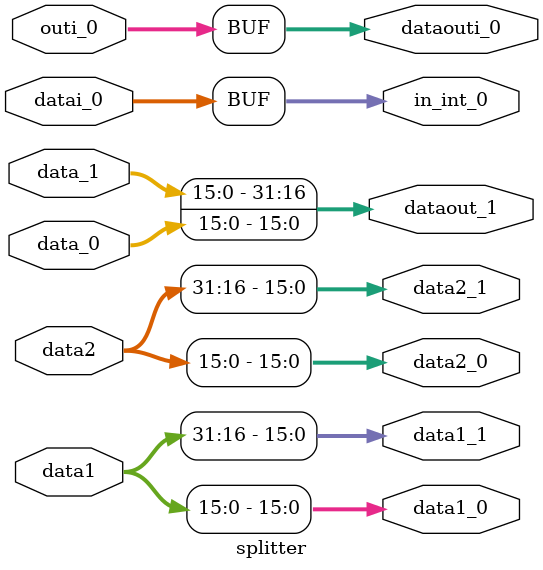
<source format=sv>
module Cfu (
  input               cmd_valid,
  output              cmd_ready,
  input      [9:0]    cmd_payload_function_id,
  input      [31:0]   cmd_payload_inputs_0,
  input      [31:0]   cmd_payload_inputs_1,
  output reg          rsp_valid,
  input               rsp_ready,
  output reg [31:0]   rsp_payload_outputs_0,
  input               reset,
  input               clk
);

    reg [2:0] rm;
    reg [3:0] ena;
    reg [4:0] funct5;
    reg [1:0] funct2;
    reg [2:0] sel2;
    reg [1:0] sel1;
    reg op,sp;
    wire [31:0] result;
    wire [31:0] rs1,rs2;
    wire [1:0] invalid,inexact,overflow,underflow,div_by_zero;
   
    assign cmd_ready = ~rsp_valid;
    assign rs1 = cmd_payload_inputs_0;
    assign rs2 = cmd_payload_inputs_1;

    always@(*) begin
        rm = cmd_payload_function_id[2:0];
        funct2 = cmd_payload_function_id[4:3];
        funct5 = cmd_payload_function_id[9:5];
        ena = 4'b0000;
        op = 1'b0;
        sel1 = 2'b00;
        sel2 = 3'b000;
        if (funct2 == 2'b00) begin
          case(funct5)
            5'b00000: begin op = 1'b0; //add
              ena = 4'b0001; end
            5'b00001:begin op = 1'b1; //sub
              ena = 4'b0001; end
            5'b00010:begin ena = 4'b0010; //mul
            end
            5'b00011:begin ena = 4'b0011; //div
            end
//            5'b01011:begin ena = 4'b0100; //sqrt
//            end
            5'b00100:begin
                if (rm == 3'b000 ) begin
                    ena = 4'b0101; //sign inject
                    sel1 = 2'b01;
                end
                else if (rm == 3'b001 )begin
                    ena = 4'b0101; // sign inject neg
                    sel1 = 2'b10;
                end
                else if (rm == 3'b010) begin
                    ena = 4'b0101; //sign inject xor
                    sel1 = 2'b11;
                end
              end
            5'b00101: begin
                if(rm == 3'b000) begin
                    ena = 4'b0110;
                    sel2 = 3'b001;//min
                end
                else if(rm == 3'b001) begin
                    ena = 4'b0110;
                    sel2 = 3'b010;//max
                end
            end
            5'b01001:begin ena = 4'b0111; //int to float
            end
            5'b01000:begin
                ena = 4'b1000;  // float to int
            end
            5'b10100: begin
                if(rm == 3'b010) begin
                    ena = 4'b0110;//eq
                    sel2 = 3'b011;
                end
                else if(rm == 3'b001)begin
                    ena = 4'b0110;// less than
                    sel2 = 3'b100;
                end
                else if(rm == 3'b000 ) begin
                    ena = 4'b0110;//less than eq
                    sel2 = 3'b101;
                end
            end
           
            default : begin ena = 4'b0000;
                sel2 = 3'b000;
                sel1 = 2'b00;
            end
          endcase
        end else if (funct2 == 2'b01)begin
                ena = 4'b1001;
                op = 1'b0;
        end else if (funct2 == 2'b10) begin
                ena = 4'b1001;
                op = 1'b1;
        end
       
        if(funct5 == 5'b01000) begin
            sp = 1'b1;
        end else begin
            sp = 1'b0;
        end    
    end        
       
    always @(posedge clk) begin
        if (reset) begin
            rsp_payload_outputs_0 <= 32'b0;
            rsp_valid <= 1'b0;
        end else if (rsp_valid) begin
            // Waiting to hand off response to CPU.
            rsp_valid <= ~rsp_ready;
        end else if (cmd_valid) begin
            rsp_valid <= 1'b1;
            // Accumulate step:
            rsp_payload_outputs_0 <= result;
        end
    end
               
   
   
    Execution_unit ex_unit(
    .ena(ena),
    .rm(rm),
    .sel2(sel2),
    .op(op),
    .sp(sp),
    .sel1(sel1),
    .data1(rs1),
    .data2(rs2),
    .datai_0(rs1),
    .dataout(result)
    );
   
endmodule


module Execution_unit #(
    parameter REG_WIDTH = 32)(
     input wire [3:0] ena,
     input wire [2:0] rm,
     input wire [2:0] sel2,// for cmpr
     input wire op,sp,
     input wire [1:0] sel1,
     input wire [REG_WIDTH-1:0] data1,
     input wire [REG_WIDTH-1:0] data2,
     input wire [REG_WIDTH-1:0] datai_0,
     output reg [REG_WIDTH-1:0] dataout
    );
   
    wire [15:0] data_0, data_1;
    wire [15:0] data1_0, data1_1;
    wire [15:0] data2_0, data2_1;
    wire [31:0] in_int_0,outi_0,outi_1;
    wire [31:0] data_out_1,data_in_1;
   
    wire [31:0] dataout_1,dataouti_0,dataout_wire;
    reg [31:0] out_1_wire;
   
   
    always@(*) begin
        dataout = dataout_wire;
        out_1_wire = outi_0 & outi_1;
    end
   
    dl_floats_execution_unit E0 (
    .ena(ena),
    .rm(rm),
    .sel2(sel2),
    .op(op),
    .sel1(sel1),
    .op1(data1_0),
    .op2(data2_0),
    .op3(data2_0),
    .in_int(in_int_0),
    .result(data_0),
    .out_1(outi_0)
    );
   
    dl_floats_execution_unit E1 (
    .ena(ena),
    .rm(rm),
    .sel2(sel2),
    .op(op),
    .sel1(sel1),
    .op1(data1_1),
    .op2(data2_1),
    .op3(data2_1),
    .in_int(in_int_0),
    .result(data_1),
    .out_1(outi_1)
    );

   
     splitter s1 (
    .data1(data1),
    .data2(data2),
    .datai_0(datai_0),
    .data_0(data_0),
    .data_1(data_1),
    .outi_0(out_1_wire),
    .dataout_1(dataout_1),
    .dataouti_0(dataouti_0),
    .data1_0(data1_0),
    .data1_1(data1_1),
    .data2_0(data2_0),
    .data2_1(data2_1),
    .in_int_0(in_int_0)
    );
   
   
    mux mux (
    .a(dataout_1),
    .b(dataouti_0),
    .s(sp),
    .c(dataout_wire)
    );
   
endmodule



module mux #(
    parameter REG_WIDTH = 32)(
    input wire [REG_WIDTH-1:0] a,
    input wire [REG_WIDTH-1:0] b,
    input wire s,
    output reg [REG_WIDTH-1:0] c
    );
     
    always@(*) begin
        if(s)
            c = b;
        else
            c = a;
    end
endmodule


module dl_floats_execution_unit(
   input wire [3:0] ena,
   input wire [2:0] rm,
   input wire [2:0] sel2, // for cmpr
   input wire op,
   input wire [1:0] sel1,
   input wire [15:0] op1, op2, op3,
   input wire [31:0] in_int,
   output reg [15:0] result,
   output reg [31:0] out_1
);

   wire [15:0] src1, src2, src3;
   assign src1 = op1;
   assign src2 = op2;
   assign src3 = op3;

   wire [19:0] out_add_sub, out_mul, out_div, out_mac, out_sqrt, out_sign, out_i2f, out_comp;
   wire [31:0] out_f2i;
   wire [19:0] out_muxed_wire;
   wire [31:0] out_1_wire;
   wire [15:0] result_wire;

   dlfloat16_add_sub add_sub(
   .a(src1),
   .b(src2),
   .ena(ena),
   .op(op),
   .c_add_1(out_add_sub)
   );
   
   dlfloat16_mul mul(
   .a(src1),
   .b(src2),
   .ena(ena),
   .c_mul_1(out_mul)
   );
   
   dlfloat16_div div(
   .a(src1),
   .b(src2),
   .ena(ena),
   .c_div_1(out_div)
   );
   
//   dlfloat16_sqrt sqrt(
//   .dl_in(src1),
//   .ena(ena),
//   .dl_out_fin_1(out_sqrt)
//   );
   
   dlfloat16_mac mac(
   .a(src1),
   .b(src2),
   .d(src3),
   .c_add(out_mac),
   .ena(ena),
   .op(op)
   );
   
   dlfloat16_sign_inv sign_inv(
   .in1(src1),
   .in2(src2),
   .ena(ena),
   .sel(sel1),
   .out_1(out_sign)
   );
   
   int32_to_dlfloat16 i2f(
   .in_int(in_int),
   .ena(ena),
   .float_out_1(out_i2f)
   );
   
   dlfloat16_to_int32 f2i(
   .float_in(src1),
   .ena(ena),
   .int_out_fin_1(out_f2i)
   );
   
   dlfloat16_comp comp(
   .a1(src1),
   .b1(src2),
   .ena(ena),
   .sel(sel2),
   .c_out_1(out_comp)
   );


   out_mux outmux(
      .ena(ena),
      .out_add_sub(out_add_sub),
      .out_mul(out_mul),
      .out_div(out_div),
      .out_mac(out_mac),      
      //.out_sqrt(out_sqrt),
      .out_sign(out_sign),
      .out_i2f(out_i2f),
      .out_comp(out_comp),
      .out_f2i(out_f2i),
      .out_muxed(out_muxed_wire),
      .out_1(out_1_wire)
   );



   dlfloat16_round round(
      .rm(rm),
      .ena(ena),
      .in(out_muxed_wire),
      .out_1(result_wire)
   );

   always @(*) begin
      result = result_wire;
      out_1 = out_1_wire;
   end

endmodule



module out_mux(
     input wire [3:0] ena,
     input wire [19:0] out_add_sub, out_mul, out_div, out_sign, out_i2f, out_comp,
     input wire [19:0] out_mac,
     input wire [31:0] out_f2i,
     output reg [19:0] out_muxed,
     output reg [31:0] out_1);

   
  always @(*)
    begin
        out_1 = 32'b0;
        out_muxed = 20'b0;
      if(ena == 4'b1000)
        out_1 = out_f2i;
      else begin
      case(ena)
        4'b0001: out_muxed = out_add_sub;
        4'b0010: out_muxed = out_mul;
        4'b0011: out_muxed = out_div;
//        4'b0100: out_muxed = out_sqrt;
        4'b0101: out_muxed = out_sign;
        4'b0110: out_muxed = out_comp;
        4'b1001: out_muxed = out_mac;
        4'b0111: out_muxed = out_i2f;
        default: out_muxed = 20'b0;
      endcase
      end
    end
endmodule




module int32_to_dlfloat16(
   input wire signed [31:0] in_int,
   input wire[3:0] ena,
   output reg [19:0] float_out_1  
);
    reg [5:0] exponent;  
    reg [8:0] mantissa;    
    reg sign;            
    reg [31:0] abs_input;
    reg [15:0] float_out;
    integer i;

         

       
    always @(*) begin
        float_out_1 = 20'b0;
      if(ena != 4'b0111)
        float_out = 16'b0;
      else begin
      if (in_int == 32'b0) begin
        float_out = 16'b0;
      end
     
      sign = (in_int < 0) ? 1 : 0;
       
      //determine absolute value
      abs_input = (in_int < 0) ? -in_int : in_int;
       
        // Normalize the number
        exponent = 0;
        mantissa = 0;
        //NOTE: might get synth warnings for else block path but when i tried to add else block to exit from the loop threw synth errros
      // Find the exponent (shift the number to be in the form 1.xxxx)
       for (i = 0; i < 32 ; i = i + 1) begin
        if (abs_input >= (1 << (exponent + 1))) begin
            exponent = exponent + 1;
        end
       end        
        // Shift the number to form the normalized mantissa
        if ( exponent <= 9) begin
          mantissa = abs_input << (9 - exponent);  // Left shift for +ve exp
           end else begin
             mantissa = abs_input >> (exponent - 9);// Right shift for -ve exp
           end

       
        //Bias the exponent
        exponent = exponent + 31;
     
      float_out = {sign,exponent,mantissa};
      end
      float_out_1 = {float_out,4'b0000};
    end
   
endmodule

module dlfloat16_to_int32(
   input wire [3:0] ena,
   input wire[15:0] float_in,
   output reg signed [31:0] int_out_fin_1
);
  reg sign;
  reg [5:0] exponent;
  reg [9:0] mantissa;
  reg signed [5:0] actual_exponent;
  reg signed [31:0] result;
  reg signed [31:0] int_out_fin;

  always @(*) begin
    int_out_fin_1 = 32'b0;
 if(ena != 4'b1000)
 int_out_fin = 32'b0;
 else begin
    // Extract fields
    sign = float_in[15];
    exponent = float_in[14:9];
    mantissa = {1'b1, float_in[8:0]};
   
    // Handle special cases
    if (exponent == 6'b000000) begin
      int_out_fin = 0;
    end  
    else if (exponent == 6'b111111) begin
      // Infinity or NaN: saturate to max 32-bit signed integer
      int_out_fin = sign ? -32'h80000000 : 32'h7FFFFFFF;
    end else begin
 
      actual_exponent = exponent - 31; // Unbias the exponent
     
      if (actual_exponent <= 9) begin
        result = {23'b0, mantissa >> ( 9 - actual_exponent)};
        end else begin
        result = mantissa << (actual_exponent - 9);
      end
      int_out_fin = sign ? -result : result;
      // Clamp to 32-bit signed range
      if (int_out_fin > 32'h7FFFFFFF)begin
        int_out_fin = 32'h7FFFFFFF;
      end
      if (int_out_fin > 32'h80000000)begin
         int_out_fin = 32'h80000000;
      end
    end
  end
  int_out_fin_1 = int_out_fin;
  end
endmodule

module dlfloat16_sqrt (
input wire [3:0] ena,
   input  wire [15:0] dl_in,              
output reg [19:0] dl_out_fin_1
);
   reg sign;
   reg [5:0] exp_in;
   reg [8:0] mant_in;
   reg done;
   // Internal variables
   reg [12:0] x, x_next;
   reg [12:0] diff, mant_sqrt, remainder;
   reg [9:0] mant_norm;
   reg [5:0] exp_out, ier;

   // Output and exception flags
   reg [19:0] dl_out;

   // Control
   integer i;


   always@(*)  begin
       // Decode input
       sign = dl_in[15];
       exp_in = dl_in[14:9];
       mant_in = dl_in[8:0];
       mant_norm = 10'b0;
       dl_out_fin_1 = 20'b0;
       // Reset outputs
       x = 13'b0;
       x_next = 13'b0;
       diff = 13'b0;
       remainder = 13'b0;
       mant_sqrt = 13'b0;
       exp_out = 6'b0;
       ier = 6'b0;
       done = 1'b0;

       dl_out = 20'b0;

       if (ena != 4'b0100) begin
           dl_out = 20'b0;
       end else begin
           // Special cases
           if (dl_in == 16'h0000) begin
               dl_out = 20'h00000;  // Zero
           end else if (sign == 1'b1) begin
               dl_out = 20'hFFFFF;  // NaN for negative input;
           end else begin
               mant_norm = (exp_in == 0) ? {1'b0, mant_in} : {1'b1, mant_in};

               if (exp_in == 6'b0) begin
                   exp_out = 6'b0;
               end else begin
                   if (exp_in[0]) begin
                       ier = exp_in + 1;
                       mant_norm = mant_norm >> 1;
                   end else begin
                       ier = exp_in;
                   end
                   exp_out = (ier + 6'd31) >> 1; // Apply bias
               end

               // Newton-Raphson iteration (8 cycles max)
               x = mant_norm;
               for (i = 0; i < 8 && !done; i = i + 1) begin
                   if (x == 0) begin
                       x_next = 0;
                   end else begin
                       x_next = (x + (mant_norm / x)) >> 1;
                   end
                   diff = (x > x_next) ? (x - x_next) : (x_next - x);
                   x = x_next;
                   if (diff <= 1) begin
                       done = 1;
                   end
               end

               mant_sqrt = x << 9;
               remainder = mant_norm - (x * x);

               if (remainder >= (2 * x)) begin
                   mant_sqrt = mant_sqrt + 1;
               end

               

               if (exp_out > 6'b111110) begin
                   dl_out = 20'h7DFE0;
               end else if (exp_out == 6'b0 && mant_sqrt == 13'b0) begin
                   dl_out = 20'h00000;
               end else begin
                   dl_out = {1'b0, exp_out, mant_sqrt[12:4]}; // Use top 9 bits
               end
           end
       end
       dl_out_fin_1 = dl_out;
   end
endmodule


module dlfloat16_sign_inv (
   input wire [15:0] in1,
   input wire [15:0] in2,  
   input wire[1:0] sel,
   output reg [19:0] out_1,
   input wire [3:0] ena
);
 reg [19:0] out_comb;
 wire [14:0] not_used;
 reg [19:0] out;
 
 
  assign not_used = in1[14:0];
   (* keep = "true" *) wire dummy_use = ^not_used;

  always @(*) begin
    out_1 = 20'b0;
 if(ena !=4'b0101)
 out_comb = 16'b0;
 else begin
    case (sel)
      2'b00: out_comb = {~in1[15], in2[14:0]}; // invert
      2'b01: out_comb = {in1[15], in2[14:0]};  // sign injection normalized
      2'b10: out_comb = {~in1[15], in2[14:0]}; // sign injection inverse
      2'b11: out_comb = {in1[15] ^ in2[15], in2[14:0]}; // sign injection xor
      default: out_comb = 16'h0000;
    endcase
  end
  out = {out_comb,4'b0000};
  out_1 = out;
  end


endmodule


module dlfloat16_round (
      input [19:0] in,
      input [3:0] ena,
      input [2:0] rm,
      output reg [15:0] out_1);
 
  reg G_bit,R_bit, S1_bit , S2_bit, S_bit;
  reg sign;
  reg [5:0] exp,exp_tmp;
  reg [9:0] mant1, mant1_tmp;
  reg [8:0] mant;
  reg [15:0] rounded_val;
  reg [15:0] out;

always @(*) begin
        // Extract and decode input fields
        sign   = in[19];
        exp    = in[18:13];
        mant1  = {1'b0, in[12:4]}; // 10 bits with leading 0
        G_bit  = in[3];
        R_bit  = in[2];
        S1_bit = in[1];
        S2_bit = in[0];
        S_bit  = S1_bit | S2_bit;

        // Initialize to avoid latches
        mant1_tmp    = mant1;
        exp_tmp      = exp;
        mant         = mant1[8:0];
        rounded_val  = {sign, exp_tmp, mant};
        out_1 = 16'b0;

        // Rounding modes
        case (rm)
            // Round to nearest, ties to even
            3'b000: begin
                if (!G_bit) begin
                    mant = mant1[8:0];
                end else if (R_bit | S_bit) begin
                    if (in[4]) begin // tie: LSB = 1
                        mant1_tmp = mant1 + 1;
                        mant = mant1_tmp[8:0];
                        if (mant1_tmp[9])
                            exp_tmp = exp + 1;
                    end else begin
                        mant = mant1[8:0]; // tie: LSB = 0
                    end
                end else begin
                    // G=1, R=0, S=0 → midpoint → round up
                    mant1_tmp = mant1 + 1;
                    mant = mant1_tmp[8:0];
                    if (mant1_tmp[9])
                        exp_tmp = exp + 1;
                end
            end

            // Round toward zero
            3'b001: begin
                mant = mant1[8:0];
            end

            // Round up (toward +∞)
            3'b010: begin
                if ((G_bit | R_bit | S_bit) && !sign) begin
                    mant1_tmp = mant1 + 1;
                    mant = mant1_tmp[8:0];
                    if (mant1_tmp[9])
                        exp_tmp = exp + 1;
                end else begin
                    mant = mant1[8:0];
                end
            end

            // Round down (toward -∞)
            3'b011: begin
                if ((G_bit | R_bit | S_bit) && sign) begin
                    mant1_tmp = mant1 + 1;
                    mant = mant1_tmp[8:0];
                    if (mant1_tmp[9])
                        exp_tmp = exp + 1;
                end else begin
                    mant = mant1[8:0];
                end
            end

            // Default: truncate
            default: begin
                mant = mant1[8:0];
                exp_tmp = exp;
            end
        endcase

        // Compose the final 16-bit rounded result
        rounded_val = {sign, exp_tmp, mant};

        // Apply enable logic
        if (ena != 4'b1000)
            out = rounded_val;
        else begin
            out = in[19:4]; // Bypass
        end
            out_1 = out;

    end

endmodule
     
   
// Code your design here
module dlfloat16_mul(a,b,ena,c_mul_1);
  input wire [15:0]a,b;
  input wire [3:0] ena;
  output  reg [19:0] c_mul_1;
   
    reg [9:0]ma,mb; //1 extra because 1.smthng
    reg [12:0] mant;
    reg [19:0]m_temp; //after multiplication
    reg [5:0] ea,eb,e_temp,exp;
    reg sa,sb,s;
reg [19:0] c_mul;



  always@(*) begin;
        ma ={1'b1,a[8:0]};
        mb= {1'b1,b[8:0]};
        sa = a[15];
        sb = b[15];
        ea = a[14:9];
        eb = b[14:9];
        c_mul_1 = 20'b0;
     
       //to avoid latch inference
  e_temp = 6'b0;
  m_temp = 20'b0;
  mant=9'b0;
  exp= 6'b0;
  s=0;
 if(ena !=4'b0010)
 c_mul =20'b0;
 else begin

 
  //checking for underflow/overflow
    if (  (ea + eb) <= 31 ) begin
  c_mul=16'b0;//pushing to zero on underflow
  end
    else if ( (ea + eb) > 94) begin
      if( (sa ^ sb) ) begin
          c_mul=16'hFDFE;//pushing to largest -ve number on overflow
        end
      else begin
          c_mul=16'h7DFE;//pushing to largest +ve number on overflow
      end
    end
       
  else if ( (ea + eb) == 94 ) begin
c_mul=16'hFFFF;//pushing to inf if exp is all ones
  end
        else begin
        e_temp = ea + eb - 31;
        m_temp = ma * mb;

          mant = m_temp[19] ? m_temp[18:6] : m_temp[17:5];
        exp = m_temp[19] ? e_temp+1'b1 : e_temp;
        s=sa ^ sb;

  //checking for special cases
         if( a==16'hFFFF | b==16'hFFFF ) begin
            c_mul =16'hFFFF;
         end
        else begin
           c_mul = (a==0 | b==0) ? 0 :{s,exp,mant};
         end
  end
    end
    c_mul_1 = c_mul;
  end
wire _unused = &{m_temp[8:0], 9'b0};


endmodule


// Code your design here
module dlfloat16_mac(a,b,d,c_add,ena,op);
input wire op;
input wire [3:0] ena;
    input wire [15:0]a,b,d;
output reg [19:0] c_add;
wire [19:0] c_add_wire;
    wire [15:0] c_mul1;
    reg [19:0] c_macc_add_1;
    wire [4:0] excep;
    wire oper =op;
 
  fpmac_mult mul(.a(a),.b(b),.c_mul(c_mul1),.ena(ena));
fpmac_adder add(.a1(c_mul1),.b1(d),.c_add_1(c_add_wire),.oper(oper));

    always @(*) begin
        c_add = c_add_wire;
    end

endmodule
 
module fpmac_mult(a,b,c_mul,ena);
    input wire [15:0]a,b;
    output  reg [15:0] c_mul;
input wire [3:0] ena;  
    reg [9:0]ma,mb; //1 extra because 1.smthng
    reg [8:0] mant;
    reg [19:0]m_temp; //after multiplication
    reg [5:0] ea,eb,e_temp,exp;
    reg sa,sb,s;
    reg [15:0] c_mul1;
 
    always@(*) begin
 if(ena !=4'b1001)
 c_mul1 = 16'b0;
 else begin
        ma ={1'b1,a[8:0]};
        mb= {1'b1,b[8:0]};
        sa = a[15];
        sb = b[15];
        ea = a[14:9];
        eb = b[14:9];
        c_mul = 16'b0;
       //to avoid latch inference
  e_temp = 6'b0;
  m_temp = 20'b0;
  mant=9'b0;
  exp= 6'b0;
  s=0;
 
  //checking for underflow/overflow
    if (  (ea + eb) <= 31 ) begin
  c_mul1=16'b0;//pushing to zero on underflow
  end
    else if ( (ea + eb) > 94) begin
      if( (sa ^ sb) ) begin
          c_mul1=16'hFDFE;//pushing to largest -ve number on overflow
        end
      else begin
          c_mul1=16'h7DFE;//pushing to largest +ve number on overflow
      end
    end
       
  else if ( (ea + eb) == 94 ) begin
c_mul1=16'hFFFF;//pushing to inf if exp is all ones
  end
        else begin
        e_temp = ea + eb - 31;
        m_temp = ma * mb;

        mant = m_temp[19] ? m_temp[18:10] : m_temp[17:9];
        exp = m_temp[19] ? e_temp+1'b1 : e_temp;
        s=sa ^ sb;

  //checking for special cases
         if( a==16'hFFFF | b==16'hFFFF ) begin
            c_mul1 =16'hFFFF;
         end
        else begin
           c_mul1 = (a==0 | b==0) ? 0 :{s,exp,mant};
         end
  end
 end
 c_mul = c_mul1;
    end
wire _unused = &{m_temp[8:0], 9'b0};

endmodule
 
module fpmac_adder(a1,b1,c_add_1,oper);
   
    input wire [15:0] a1;
    input wire [15:0] b1;
    output reg [19:0] c_add_1;
    input wire oper;
    reg    [5:0] Num_shift_80;
    reg    [5:0]  Larger_exp_80,Final_expo_80;
    reg    [9:0] Small_exp_mantissa_80,S_mantissa_80,L_mantissa_80,Large_mantissa_80;
    reg    [12:0] Final_mant_80;
    reg    [10:0] Add_mant_80,Add1_mant_80;
    reg    [5:0]  e1_80,e2_80;
    reg    [8:0] m1_80,m2_80;
    reg          s1_80,s2_80,Final_sign_80;
    reg    [8:0]  renorm_shift_80;
    reg signed [5:0] renorm_exp_80;
    reg signed [5:0] larger_expo_neg;
    reg [19:0] c_add;
   
    always@(*) begin

        //stage 1
          e1_80 = a1[14:9];
        e2_80 = b1[14:9];
             m1_80 = a1[8:0];
          m2_80 = b1[8:0];
             s1_80 = a1[15];
             c_add_1 = 20'b0;
           begin
           if(oper) begin
             s2_80 = ~b1[15]; //for subtraction op will be 1
           end
           else begin
              s2_80 = b1[15];
            end
       
      Num_shift_80=6'b0;
 
           if (e1_80  > e2_80) begin
              Num_shift_80           = e1_80 - e2_80;
              Larger_exp_80          = e1_80;                    
              Small_exp_mantissa_80  = {1'b1,m2_80};
              Large_mantissa_80      = {1'b1,m1_80};
           end
       
           else begin
             Num_shift_80           = e2_80 - e1_80;
             Larger_exp_80          = e2_80;
             Small_exp_mantissa_80  = {1'b1,m1_80};
             Large_mantissa_80      = {1'b1,m2_80};
           end
       
   if (e1_80 == 0 | e2_80 ==0) begin
       Num_shift_80 = 0;
      Small_exp_mantissa_80 = 10'd512; //to avoid subnormal mantissa to be greater than normal mantissa pushing it to all zeros and leading 1      
   end
   else begin
       Num_shift_80 = Num_shift_80;
   end
           
           
           //stage 2
           //shift and append smaller mantissa
   Small_exp_mantissa_80  = (Small_exp_mantissa_80 >> Num_shift_80);
             
           //stage 3
           //add the mantissas
                                                   
            if (Small_exp_mantissa_80  < Large_mantissa_80) begin
  S_mantissa_80 = Small_exp_mantissa_80;
      L_mantissa_80 = Large_mantissa_80;
            end
            else begin

  S_mantissa_80 = Large_mantissa_80;
  L_mantissa_80 = Small_exp_mantissa_80;
            end      
                       
            Add_mant_80=11'b0;

   if (e1_80!=0 & e2_80!=0) begin
  if (s1_80 == s2_80) begin
        Add_mant_80 = S_mantissa_80 + L_mantissa_80;
   end else begin
  Add_mant_80 = L_mantissa_80 - S_mantissa_80;
   end
   end
     else begin
   Add_mant_80 ={1'b0, L_mantissa_80};
   end
     
  //renormalization for mantissa and exponent
           //stage 4
  //to avoid latch inference
  renorm_exp_80=6'd0;
  renorm_shift_80=9'd0;
  Add1_mant_80=Add1_mant_80;
 
           if (Add_mant_80[10] ) begin
  Add1_mant_80= Add_mant_80 << 1;
  renorm_exp_80 = 6'd1;
  end
           else begin
              if (Add_mant_80[9])begin
      renorm_shift_80 = 0;
      renorm_exp_80 = 0;
     end
              else if (Add_mant_80[8])begin
      renorm_shift_80 = 9'd1;
      renorm_exp_80 = -1;
     end
              else if (Add_mant_80[7])begin
           renorm_shift_80 = 9'd2;
           renorm_exp_80 = -2;
     end  
              else if (Add_mant_80[6])begin
         renorm_shift_80 = 9'd3;
         renorm_exp_80 = -3;
     end
              else if (Add_mant_80[5])begin
         renorm_shift_80 = 9'd4;
       renorm_exp_80 = -4;
     end
              else if (Add_mant_80[4])begin
         renorm_shift_80 = 9'd5;
         renorm_exp_80 = -5;
     end
              else if (Add_mant_80[3])begin
       renorm_shift_80 = 9'd6;
       renorm_exp_80 = -6;
     end
              else if (Add_mant_80[2])begin
       renorm_shift_80 = 9'd7;
       renorm_exp_80 = -7;
      end
              else if (Add_mant_80[1])begin
       renorm_shift_80 = 9'd8;
         renorm_exp_80 = -8;
     end
              else if (Add_mant_80[0])begin
         renorm_shift_80 = 9'd9;
         renorm_exp_80 = -9;
     end
     else begin
     renorm_exp_80=6'd0;
             renorm_shift_80=9'd0;
             Add1_mant_80=Add1_mant_80;
     end
   
              Add1_mant_80 = Add_mant_80 << renorm_shift_80;
           
          end

          Final_expo_80 = 6'd0;//to avoid latch inference
     Final_mant_80 = 9'd0;//to avoid latch inference  
     Final_sign_80=0;//to avoid latch inference
          larger_expo_neg = -Larger_exp_80;
     
        //calculating final sign  
      if (s1_80 == s2_80) begin
    Final_sign_80 = s1_80;
      end
      else begin   //if sign is different
         if (e1_80 > e2_80) begin
          Final_sign_80 = s1_80;
         end
         else if (e2_80 > e1_80) begin
    Final_sign_80 = s2_80;
         end
     
         else begin
                     if (m1_80 > m2_80) begin
           Final_sign_80 = s1_80;
            end
           else if (m1_80 < m2_80) begin
          Final_sign_80 = s2_80;
           end
          else begin
             Final_sign_80 = 0;
          end  
                 end
      end
     
         
           //checking for overflow/underflow
           if(  Larger_exp_80 == 63 & renorm_exp_80 == 1) begin //overflow
             if (  Final_sign_80 ) begin
                c_add=16'hFDFE;//largest -ve value
   
             end
             else begin
               c_add=16'h7DFE;//largest +ve value
             end
 
           end
           else if ((Larger_exp_80 >= 1) & (Larger_exp_80 <= 8) & (renorm_exp_80 <  larger_expo_neg)) begin //underflow
             if (  Final_sign_80 ) begin
               c_add=16'h8201;//smallest -ve value
               end
             else begin
               c_add=16'd513;//smallest +ve value
             end
            end
           else begin
       
               Final_expo_80 =  Larger_exp_80 + renorm_exp_80;
     
            if(Final_expo_80 == 6'b0) begin
                     c_add=16'b0;
               end
               else if( Final_expo_80 == 63) begin
                     c_add=16'hFFFF;
               end      

             Final_mant_80 = {Add1_mant_80,2'b00};
       Final_mant_80=Final_mant_80<<2;
               //checking for special cases
               if( a1==16'hFFFF | b1==16'hFFFF) begin  
                 c_add = 16'hFFFF;
               end
               else begin
                 c_add = (a1==0 & b1==0)?0:{Final_sign_80,Final_expo_80,Final_mant_80};
               end
           end
   end
        c_add_1 = c_add;
  end

 
endmodule


module dlfloat16_div(
    input wire [3:0] ena,
    input wire [15:0] a, b,
    output reg [19:0] c_div_1
);
    reg [9:0] ma, mb;      
    reg [12:0] mant;        
    reg [23:0] m_temp;    
    reg [5:0] ea, eb, e_temp, exp;
    reg sa, sb, s;    
  reg [19:0] c_div;
  
always @(*) begin
     
        ma = {1'b1, a[8:0]};
        mb = {1'b1, b[8:0]};
        sa = a[15];
        sb = b[15];
        ea = a[14:9];
        eb = b[14:9];

        e_temp = 6'b0;
        m_temp = 16'b0;
        mant = 13'b0;
        exp = 6'b0;
        s = 0;
        c_div = 20'b0;
        c_div_1 = 20'b0;
        if(ena != 4'b0011)
            c_div = 20'b0;
        else begin
        // Special Cases
      if(( b == 16'b0 || b==16'b1000000000000000) &&(a==16'b0 || a==16'b1000000000000000))
            begin
              c_div = {sa ^sb,15'b111111111111111,4'b0};
            end
     
       else if (b == 16'b0 || b == 16'b1000000000000000) begin
   
            c_div = {sa ^ sb, 6'b111111, 13'b0};
        end else if (a == 16'hfe00 || a == 16'h7e00) begin
           
          if (b == 16'hFe00 || b == 16'h7e00) begin

            c_div = {sa ^sb,15'b111111111111111,4'b0};
            end else begin
               
                c_div = {sa ^ sb, 6'b111111, 13'b0};
            end
        end else if (b == 16'hfe00 || b == 16'h7e00) begin
           
            c_div = {sa ^ sb, 19'b0};
        end else if (a == 16'b0 || a == 16'b1000000000000000) begin
           
         
            c_div = {sa ^ sb, 19'b0};
        end else begin
           
          e_temp = 31-(eb-ea);
          m_temp = (ma<<13) / mb;
          if (m_temp[13]) begin
            mant = m_temp[12:0];
                exp = e_temp;
            end else begin
              mant = m_temp[11:0]<<1;
              exp = e_temp -1'b1;
            end
            s = sa ^ sb;

           
          if (m_temp[3:0] != 4'b0) begin
            end

            // Check for underflow/overflow
            if (exp < 0) begin
                c_div = 20'b0;
            end else if (exp > 63) begin
                c_div = s ? 20'hFDFE0 : 20'h7DFE0;
            end else begin
                c_div = {s, exp, mant};
            end
            end
       
        end
       
        c_div_1 = c_div;
    end

   
endmodule


       
         

module dlfloat16_comp (
   input wire [15:0] a1,
   input wire [15:0] b1,
   input wire [2:0] sel,
   input wire [3:0] ena,
   output reg [19:0] c_out_1
);
  reg s1, s2;
  reg [5:0] exp1, exp2;
  reg [8:0] mant1, mant2;
  reg lt, gt, eq;
  reg [19:0] c_1;
  reg [19:0] c_out;

 always @(*) begin

       c_out_1 = 20'b0;
 if(ena != 4'b0110)
 c_1 =20'b0;
 else begin
    // Extract fields
    s1 = a1[15];
    s2 = b1[15];
    exp1 = a1[14:9];
    exp2 = b1[14:9];
    mant1 = a1[8:0];
    mant2 = b1[8:0];
    lt = 0;
    gt = 0;
    eq = 0;
    c_1 = 20'h00000;
 
   
    // Compare logic
    if (s1 != s2) begin
      if (s1) begin
        lt = 1;
      end else begin
        gt = 1;
      end
    end
    else begin
      if (exp1 > exp2) begin
        gt = !s1;
        lt = s1;
      end else if (exp1 < exp2) begin
        lt = !s1;
        gt = s1;
      end else begin
        if (mant1 > mant2) begin
          gt = !s1;
          lt = s1;
        end else if (mant1 < mant2) begin
          lt = !s1;
          gt = s1;
        end else begin
          eq = 1;
        end
      end
    end
    // Generate output based on opcode
    case (sel)
      3'b001: c_1[19:4] = (lt ==1'b1)?a1:b1;//min
      3'b010: c_1[19:4]  = (gt ==1'b1)?a1:b1;//max
      3'b011: c_1[19:4]  = {16{eq}};//set eq
      3'b100: c_1[19:4]  = {16{lt}};//set less than
      3'b101: c_1[19:4]  = (lt ==1'b1 || eq ==1'b1)?20'hffff0:20'h00000;//set less than equal
      default: c_1 = 20'b0;

    endcase

  end
      c_out = {c_1};
      c_out_1 = c_out;
  end


endmodule


module dlfloat16_add_sub(
     input wire [15:0] a,
     input wire [15:0] b,
     input wire op,
     input wire [3:0] ena,
     output reg [19:0] c_add_1
    );
   
    reg [19:0] c_add;
    reg    [5:0] Num_shift_80;
    reg    [5:0]  Larger_exp_80,Final_expo_80;
    reg    [9:0] Small_exp_mantissa_80,S_mantissa_80,L_mantissa_80,Large_mantissa_80;
    reg    [12:0] Final_mant_80;
    reg    [10:0] Add_mant_80,Add1_mant_80;
    reg    [5:0]  e1_80,e2_80;
    reg    [8:0] m1_80,m2_80;
    reg          s1_80,s2_80,Final_sign_80;
    reg    [8:0]  renorm_shift_80;
    reg signed [5:0] renorm_exp_80;
    reg signed [5:0] larger_expo_neg;




    always@(*) begin
       
        e1_80 = a[14:9];
        e2_80 = b[14:9];
        m1_80 = a[8:0];
        m2_80 = b[8:0];
        s1_80 = a[15];
       
        if(ena != 4'b0001)
            c_add = 20'b0;
        else begin
            if(op) begin
                s2_80 = ~b[15];
            end
            else begin
                s2_80 = b[15];
            end
       
            Num_shift_80=6'b0;
     
            if (e1_80  > e2_80) begin
                Num_shift_80           = e1_80 - e2_80;
                Larger_exp_80          = e1_80;                    
                Small_exp_mantissa_80  = {1'b1,m2_80};
                Large_mantissa_80      = {1'b1,m1_80};
            end
            else begin
                Num_shift_80           = e2_80 - e1_80;
                Larger_exp_80          = e2_80;
                Small_exp_mantissa_80  = {1'b1,m1_80};
                Large_mantissa_80      = {1'b1,m2_80};
            end
       
            if (e1_80 == 0 | e2_80 ==0) begin
                Num_shift_80 = 0;
                Small_exp_mantissa_80 = 10'd512;
            end
            else begin
                Num_shift_80 = Num_shift_80;
            end
           
            Small_exp_mantissa_80  = (Small_exp_mantissa_80 >> Num_shift_80);
             
            if (Small_exp_mantissa_80  < Large_mantissa_80) begin
                S_mantissa_80 = Small_exp_mantissa_80;
                L_mantissa_80 = Large_mantissa_80;
            end
            else begin
                S_mantissa_80 = Large_mantissa_80;
                L_mantissa_80 = Small_exp_mantissa_80;
            end      
                       
            Add_mant_80=11'b0;
       
            if (e1_80!=0 & e2_80!=0) begin
                if (s1_80 == s2_80) begin
                    Add_mant_80 = S_mantissa_80 + L_mantissa_80;
                end else begin
                    Add_mant_80 = L_mantissa_80 - S_mantissa_80;
                end
            end
            else begin
                Add_mant_80 ={1'b0, L_mantissa_80};
            end
     
            renorm_exp_80=6'd0;
            renorm_shift_80=9'd0;
            Add1_mant_80=Add_mant_80;
           
            if (Add_mant_80[10] ) begin
                Add1_mant_80= Add_mant_80 >> 1;  
                renorm_exp_80 = 6'd1;
            end
            else begin
                if (Add_mant_80[9])begin
                    renorm_shift_80 = 0;
                    renorm_exp_80 = 0;
                    Add1_mant_80 = Add_mant_80;
                end
                else if (Add_mant_80[8])begin
                    renorm_shift_80 = 9'd1;
                    renorm_exp_80 = -1;
                    Add1_mant_80 = Add_mant_80 << 1;
                end
                else if (Add_mant_80[7])begin
                    renorm_shift_80 = 9'd2;
                    renorm_exp_80 = -2;
                    Add1_mant_80 = Add_mant_80 << 2;
                end  
                else if (Add_mant_80[6])begin
                    renorm_shift_80 = 9'd3;
                    renorm_exp_80 = -3;
                    Add1_mant_80 = Add_mant_80 << 3;
                end
                else if (Add_mant_80[5])begin
                    renorm_shift_80 = 9'd4;
                    renorm_exp_80 = -4;
                    Add1_mant_80 = Add_mant_80 << 4;
                end
                else if (Add_mant_80[4])begin
                    renorm_shift_80 = 9'd5;
                    renorm_exp_80 = -5;
                    Add1_mant_80 = Add_mant_80 << 5;
                end
                else if (Add_mant_80[3])begin
                    renorm_shift_80 = 9'd6;
                    renorm_exp_80 = -6;
                    Add1_mant_80 = Add_mant_80 << 6;
                end
                else if (Add_mant_80[2])begin
                    renorm_shift_80 = 9'd7;
                    renorm_exp_80 = -7;
                    Add1_mant_80 = Add_mant_80 << 7;
                end
                else if (Add_mant_80[1])begin
                    renorm_shift_80 = 9'd8;
                    renorm_exp_80 = -8;
                    Add1_mant_80 = Add_mant_80 << 8;
                end
                else if (Add_mant_80[0])begin
                    renorm_shift_80 = 9'd9;
                    renorm_exp_80 = -9;
                    Add1_mant_80 = Add_mant_80 << 9;
                end
                else begin
                    renorm_exp_80=6'd0;
                    renorm_shift_80=9'd0;
                    Add1_mant_80=11'b0;
                end
            end

            Final_expo_80 = 6'd0;
            Final_mant_80 = 13'd0;
            Final_sign_80=0;
            larger_expo_neg = -Larger_exp_80;
       
            if (s1_80 == s2_80) begin
                Final_sign_80 = s1_80;
            end
            else begin
                if (e1_80 > e2_80) begin
                    Final_sign_80 = s1_80;
                end
                else if (e2_80 > e1_80) begin
                    Final_sign_80 = s2_80;
                end
                else begin
                    if (m1_80 > m2_80) begin
                        Final_sign_80 = s1_80;
                    end
                    else if (m1_80 < m2_80) begin
                        Final_sign_80 = s2_80;
                    end
                    else begin
                        Final_sign_80 = 0;
                    end  
                end
            end
         
            if(  Larger_exp_80 == 63 & renorm_exp_80 == 1) begin
                if (  Final_sign_80 ) begin
                    c_add=20'hFDFE0;
                end
                else begin
                    c_add=20'h7DFE0;
                end
            end
            else if ((Larger_exp_80 >= 1) & (Larger_exp_80 <= 8) & (renorm_exp_80 <  larger_expo_neg)) begin //underflow
                if (  Final_sign_80 ) begin
                    c_add=20'h82010;
                end
                else begin
                    c_add=20'h02010;
                end
            end
            else begin
                Final_expo_80 =  Larger_exp_80 + renorm_exp_80;
     
                if(Final_expo_80 == 6'b0) begin
                    c_add=20'b0;
                end
                else if( Final_expo_80 == 63) begin
                    c_add=20'hFFFFF;
                end      
                else begin
                    Final_mant_80 = {Add1_mant_80[8:0], 4'b0000};
                   
                    if( a==16'hFFFF | b==16'hFFFF) begin  
                        c_add = 20'hFFFFF;
                    end
                    else begin
                        c_add = (a==0 & b==0) ? 20'b0 : {Final_sign_80, Final_expo_80, Final_mant_80};
                    end
                end
            end
           
        end
        c_add_1 = c_add;
    end
endmodule




module splitter #(
    parameter REG_WIDTH = 32)(
     input wire [REG_WIDTH-1:0] data1,
     input wire [REG_WIDTH-1:0] data2,
     input wire [REG_WIDTH-1:0] datai_0,
     input wire [15:0] data_0,
     input wire [15:0] data_1,
     input wire [31:0] outi_0,
     output reg [REG_WIDTH-1:0] dataout_1,
     output reg [REG_WIDTH-1:0] dataouti_0,
     output reg [15:0] data1_0,
     output reg [15:0] data1_1,
     output reg [15:0] data2_0,
     output reg [15:0] data2_1,
     output reg [31:0] in_int_0
    );
   
    always@(*) begin
            data1_0 = data1[15:0];
            data1_1 = data1[31:16];
            data2_0 = data2[15:0];
            data2_1 = data2[31:16];          
            dataout_1[15:0] = data_0;
            dataout_1[31:16] = data_1;            
            dataouti_0 [31:0] = outi_0;            
            in_int_0 = datai_0[31:0];
    end
endmodule

</source>
